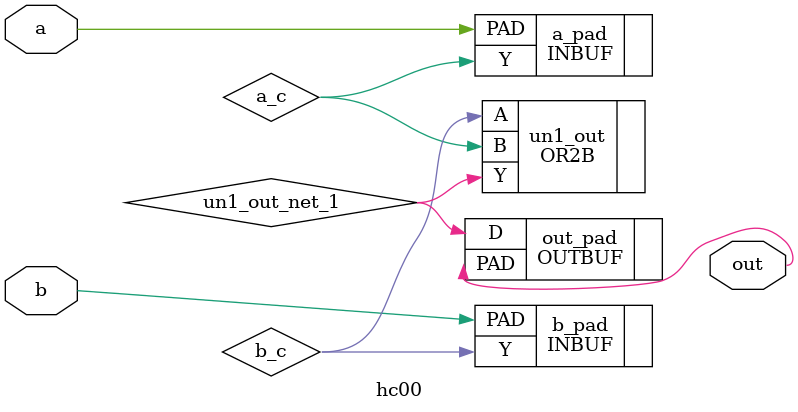
<source format=v>
`timescale 1 ns/100 ps


module hc00(
       a,
       b,
       out
    );
input  a;
input  b;
output out;

    wire GND, VCC, un1_out_net_1, a_c, b_c;
    
    OR2B un1_out (.A(b_c), .B(a_c), .Y(un1_out_net_1));
    OUTBUF out_pad (.D(un1_out_net_1), .PAD(out));
    INBUF b_pad (.PAD(b), .Y(b_c));
    VCC VCC_i (.Y(VCC));
    GND GND_i (.Y(GND));
    INBUF a_pad (.PAD(a), .Y(a_c));
    
endmodule

</source>
